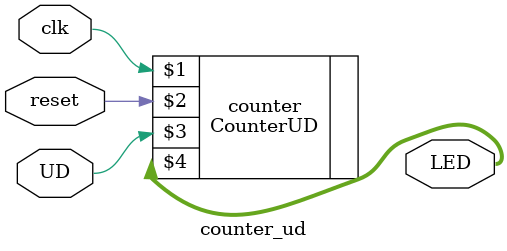
<source format=v>
`timescale 1ns / 1ps
module counter_ud(
   input wire clk, reset,
//input wire [1:0] SW,
input wire UD,
output wire [3:0] LED 
 );
// wire declaration
//wire  f;
//wire clk_o ;
// module instance
//Clock_div clockdivider (clk,reset, f) ;
CounterUD counter (clk, reset,UD,LED);

endmodule

</source>
